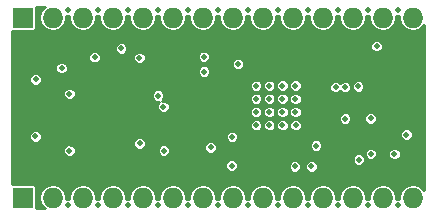
<source format=gbr>
G04 #@! TF.GenerationSoftware,KiCad,Pcbnew,(2017-08-02 revision 9760937)-master*
G04 #@! TF.CreationDate,2017-09-04T14:54:41-05:00*
G04 #@! TF.ProjectId,lofive,6C6F666976652E6B696361645F706362,0*
G04 #@! TF.SameCoordinates,Original*
G04 #@! TF.FileFunction,Copper,L3,Inr,Plane*
G04 #@! TF.FilePolarity,Positive*
%FSLAX46Y46*%
G04 Gerber Fmt 4.6, Leading zero omitted, Abs format (unit mm)*
G04 Created by KiCad (PCBNEW (2017-08-02 revision 9760937)-master) date Mon Sep  4 14:54:41 2017*
%MOMM*%
%LPD*%
G01*
G04 APERTURE LIST*
%ADD10O,1.727200X1.727200*%
%ADD11R,1.727200X1.727200*%
%ADD12C,0.508000*%
%ADD13C,0.254000*%
G04 APERTURE END LIST*
D10*
X135890000Y-110490000D03*
X133350000Y-110490000D03*
X130810000Y-110490000D03*
X128270000Y-110490000D03*
X125730000Y-110490000D03*
X123190000Y-110490000D03*
X120650000Y-110490000D03*
X118110000Y-110490000D03*
X115570000Y-110490000D03*
X113030000Y-110490000D03*
X110490000Y-110490000D03*
X107950000Y-110490000D03*
X105410000Y-110490000D03*
D11*
X102870000Y-110490000D03*
X102870000Y-125730000D03*
D10*
X105410000Y-125730000D03*
X107950000Y-125730000D03*
X110490000Y-125730000D03*
X113030000Y-125730000D03*
X115570000Y-125730000D03*
X118110000Y-125730000D03*
X120650000Y-125730000D03*
X123190000Y-125730000D03*
X125730000Y-125730000D03*
X128270000Y-125730000D03*
X130810000Y-125730000D03*
X133350000Y-125730000D03*
X135890000Y-125730000D03*
D12*
X114331510Y-117113523D03*
X112758220Y-113903760D03*
X121920000Y-126365000D03*
X106680000Y-126365000D03*
X109220000Y-126365000D03*
X111760000Y-126365000D03*
X106680000Y-109855000D03*
X109220000Y-109855000D03*
X111760000Y-109855000D03*
X114300000Y-109855000D03*
X116840000Y-109855000D03*
X119380000Y-109855000D03*
X121920000Y-109855000D03*
X124460000Y-109855000D03*
X127000000Y-109855000D03*
X129540000Y-109855000D03*
X132080000Y-109855000D03*
X134620000Y-109855000D03*
X134620000Y-126365000D03*
X132080000Y-126365000D03*
X129540000Y-126365000D03*
X127000000Y-126365000D03*
X124460000Y-126365000D03*
X119380000Y-126365000D03*
X116840000Y-126365000D03*
X114300000Y-126365000D03*
X114823240Y-121752360D03*
X114782600Y-118054120D03*
X125960000Y-116260000D03*
X124850000Y-116260000D03*
X123740000Y-116270000D03*
X122630000Y-116270000D03*
X122630000Y-117370000D03*
X125960000Y-117380000D03*
X124850000Y-117370000D03*
X123740000Y-117370000D03*
X122620000Y-118490000D03*
X125960000Y-118490000D03*
X124850000Y-118490000D03*
X123740000Y-118490000D03*
X122630000Y-119600000D03*
X123740000Y-119600000D03*
X125970000Y-119600000D03*
X124860000Y-119600000D03*
X103949500Y-120535700D03*
X103969820Y-115722400D03*
X106809540Y-121749820D03*
X106809540Y-116951760D03*
X111201200Y-113096040D03*
X118221760Y-115069620D03*
X118214140Y-113814860D03*
X112776000Y-121135140D03*
X120566180Y-123032520D03*
X118778020Y-121483120D03*
X132831840Y-112905540D03*
X130164842Y-116380260D03*
X131272280Y-116319300D03*
X132341620Y-119029480D03*
X135356600Y-120396000D03*
X132351780Y-122029220D03*
X130164840Y-119039640D03*
X127302260Y-123085860D03*
X125917960Y-123085860D03*
X120454420Y-117729000D03*
X136019540Y-116359940D03*
X134416800Y-113687860D03*
X117599460Y-119100600D03*
X129413000Y-119052340D03*
X120705880Y-113830100D03*
X106144060Y-119562880D03*
X125933200Y-121973340D03*
X124508680Y-121980960D03*
X120586500Y-120590680D03*
X129378507Y-116381327D03*
X121104660Y-114416840D03*
X108960920Y-113845340D03*
X106156760Y-114759740D03*
X127701040Y-121343420D03*
X134350000Y-122047000D03*
X131330700Y-122519440D03*
D13*
G36*
X104601777Y-109659384D02*
X104354006Y-110030200D01*
X104267000Y-110467607D01*
X104267000Y-110512393D01*
X104354006Y-110949800D01*
X104601777Y-111320616D01*
X104972593Y-111568387D01*
X105410000Y-111655393D01*
X105847407Y-111568387D01*
X106218223Y-111320616D01*
X106465994Y-110949800D01*
X106553000Y-110512393D01*
X106553000Y-110467607D01*
X106533966Y-110371918D01*
X106573435Y-110388307D01*
X106785634Y-110388492D01*
X106826060Y-110371789D01*
X106807000Y-110467607D01*
X106807000Y-110512393D01*
X106894006Y-110949800D01*
X107141777Y-111320616D01*
X107512593Y-111568387D01*
X107950000Y-111655393D01*
X108387407Y-111568387D01*
X108758223Y-111320616D01*
X109005994Y-110949800D01*
X109093000Y-110512393D01*
X109093000Y-110467607D01*
X109073966Y-110371918D01*
X109113435Y-110388307D01*
X109325634Y-110388492D01*
X109366060Y-110371789D01*
X109347000Y-110467607D01*
X109347000Y-110512393D01*
X109434006Y-110949800D01*
X109681777Y-111320616D01*
X110052593Y-111568387D01*
X110490000Y-111655393D01*
X110927407Y-111568387D01*
X111298223Y-111320616D01*
X111545994Y-110949800D01*
X111633000Y-110512393D01*
X111633000Y-110467607D01*
X111613966Y-110371918D01*
X111653435Y-110388307D01*
X111865634Y-110388492D01*
X111906060Y-110371789D01*
X111887000Y-110467607D01*
X111887000Y-110512393D01*
X111974006Y-110949800D01*
X112221777Y-111320616D01*
X112592593Y-111568387D01*
X113030000Y-111655393D01*
X113467407Y-111568387D01*
X113838223Y-111320616D01*
X114085994Y-110949800D01*
X114173000Y-110512393D01*
X114173000Y-110467607D01*
X114153966Y-110371918D01*
X114193435Y-110388307D01*
X114405634Y-110388492D01*
X114446060Y-110371789D01*
X114427000Y-110467607D01*
X114427000Y-110512393D01*
X114514006Y-110949800D01*
X114761777Y-111320616D01*
X115132593Y-111568387D01*
X115570000Y-111655393D01*
X116007407Y-111568387D01*
X116378223Y-111320616D01*
X116625994Y-110949800D01*
X116713000Y-110512393D01*
X116713000Y-110467607D01*
X116693966Y-110371918D01*
X116733435Y-110388307D01*
X116945634Y-110388492D01*
X116986060Y-110371789D01*
X116967000Y-110467607D01*
X116967000Y-110512393D01*
X117054006Y-110949800D01*
X117301777Y-111320616D01*
X117672593Y-111568387D01*
X118110000Y-111655393D01*
X118547407Y-111568387D01*
X118918223Y-111320616D01*
X119165994Y-110949800D01*
X119253000Y-110512393D01*
X119253000Y-110467607D01*
X119233966Y-110371918D01*
X119273435Y-110388307D01*
X119485634Y-110388492D01*
X119526060Y-110371789D01*
X119507000Y-110467607D01*
X119507000Y-110512393D01*
X119594006Y-110949800D01*
X119841777Y-111320616D01*
X120212593Y-111568387D01*
X120650000Y-111655393D01*
X121087407Y-111568387D01*
X121458223Y-111320616D01*
X121705994Y-110949800D01*
X121793000Y-110512393D01*
X121793000Y-110467607D01*
X121773966Y-110371918D01*
X121813435Y-110388307D01*
X122025634Y-110388492D01*
X122066060Y-110371789D01*
X122047000Y-110467607D01*
X122047000Y-110512393D01*
X122134006Y-110949800D01*
X122381777Y-111320616D01*
X122752593Y-111568387D01*
X123190000Y-111655393D01*
X123627407Y-111568387D01*
X123998223Y-111320616D01*
X124245994Y-110949800D01*
X124333000Y-110512393D01*
X124333000Y-110467607D01*
X124313966Y-110371918D01*
X124353435Y-110388307D01*
X124565634Y-110388492D01*
X124606060Y-110371789D01*
X124587000Y-110467607D01*
X124587000Y-110512393D01*
X124674006Y-110949800D01*
X124921777Y-111320616D01*
X125292593Y-111568387D01*
X125730000Y-111655393D01*
X126167407Y-111568387D01*
X126538223Y-111320616D01*
X126785994Y-110949800D01*
X126873000Y-110512393D01*
X126873000Y-110467607D01*
X126853966Y-110371918D01*
X126893435Y-110388307D01*
X127105634Y-110388492D01*
X127146060Y-110371789D01*
X127127000Y-110467607D01*
X127127000Y-110512393D01*
X127214006Y-110949800D01*
X127461777Y-111320616D01*
X127832593Y-111568387D01*
X128270000Y-111655393D01*
X128707407Y-111568387D01*
X129078223Y-111320616D01*
X129325994Y-110949800D01*
X129413000Y-110512393D01*
X129413000Y-110467607D01*
X129393966Y-110371918D01*
X129433435Y-110388307D01*
X129645634Y-110388492D01*
X129686060Y-110371789D01*
X129667000Y-110467607D01*
X129667000Y-110512393D01*
X129754006Y-110949800D01*
X130001777Y-111320616D01*
X130372593Y-111568387D01*
X130810000Y-111655393D01*
X131247407Y-111568387D01*
X131618223Y-111320616D01*
X131865994Y-110949800D01*
X131953000Y-110512393D01*
X131953000Y-110467607D01*
X131933966Y-110371918D01*
X131973435Y-110388307D01*
X132185634Y-110388492D01*
X132226060Y-110371789D01*
X132207000Y-110467607D01*
X132207000Y-110512393D01*
X132294006Y-110949800D01*
X132541777Y-111320616D01*
X132912593Y-111568387D01*
X133350000Y-111655393D01*
X133787407Y-111568387D01*
X134158223Y-111320616D01*
X134405994Y-110949800D01*
X134493000Y-110512393D01*
X134493000Y-110467607D01*
X134473966Y-110371918D01*
X134513435Y-110388307D01*
X134725634Y-110388492D01*
X134766060Y-110371789D01*
X134747000Y-110467607D01*
X134747000Y-110512393D01*
X134834006Y-110949800D01*
X135081777Y-111320616D01*
X135452593Y-111568387D01*
X135890000Y-111655393D01*
X136327407Y-111568387D01*
X136698223Y-111320616D01*
X136805600Y-111159915D01*
X136805600Y-125060085D01*
X136698223Y-124899384D01*
X136327407Y-124651613D01*
X135890000Y-124564607D01*
X135452593Y-124651613D01*
X135081777Y-124899384D01*
X134834006Y-125270200D01*
X134747000Y-125707607D01*
X134747000Y-125752393D01*
X134766034Y-125848082D01*
X134726565Y-125831693D01*
X134514366Y-125831508D01*
X134473940Y-125848211D01*
X134493000Y-125752393D01*
X134493000Y-125707607D01*
X134405994Y-125270200D01*
X134158223Y-124899384D01*
X133787407Y-124651613D01*
X133350000Y-124564607D01*
X132912593Y-124651613D01*
X132541777Y-124899384D01*
X132294006Y-125270200D01*
X132207000Y-125707607D01*
X132207000Y-125752393D01*
X132226034Y-125848082D01*
X132186565Y-125831693D01*
X131974366Y-125831508D01*
X131933940Y-125848211D01*
X131953000Y-125752393D01*
X131953000Y-125707607D01*
X131865994Y-125270200D01*
X131618223Y-124899384D01*
X131247407Y-124651613D01*
X130810000Y-124564607D01*
X130372593Y-124651613D01*
X130001777Y-124899384D01*
X129754006Y-125270200D01*
X129667000Y-125707607D01*
X129667000Y-125752393D01*
X129686034Y-125848082D01*
X129646565Y-125831693D01*
X129434366Y-125831508D01*
X129393940Y-125848211D01*
X129413000Y-125752393D01*
X129413000Y-125707607D01*
X129325994Y-125270200D01*
X129078223Y-124899384D01*
X128707407Y-124651613D01*
X128270000Y-124564607D01*
X127832593Y-124651613D01*
X127461777Y-124899384D01*
X127214006Y-125270200D01*
X127127000Y-125707607D01*
X127127000Y-125752393D01*
X127146034Y-125848082D01*
X127106565Y-125831693D01*
X126894366Y-125831508D01*
X126853940Y-125848211D01*
X126873000Y-125752393D01*
X126873000Y-125707607D01*
X126785994Y-125270200D01*
X126538223Y-124899384D01*
X126167407Y-124651613D01*
X125730000Y-124564607D01*
X125292593Y-124651613D01*
X124921777Y-124899384D01*
X124674006Y-125270200D01*
X124587000Y-125707607D01*
X124587000Y-125752393D01*
X124606034Y-125848082D01*
X124566565Y-125831693D01*
X124354366Y-125831508D01*
X124313940Y-125848211D01*
X124333000Y-125752393D01*
X124333000Y-125707607D01*
X124245994Y-125270200D01*
X123998223Y-124899384D01*
X123627407Y-124651613D01*
X123190000Y-124564607D01*
X122752593Y-124651613D01*
X122381777Y-124899384D01*
X122134006Y-125270200D01*
X122047000Y-125707607D01*
X122047000Y-125752393D01*
X122066034Y-125848082D01*
X122026565Y-125831693D01*
X121814366Y-125831508D01*
X121773940Y-125848211D01*
X121793000Y-125752393D01*
X121793000Y-125707607D01*
X121705994Y-125270200D01*
X121458223Y-124899384D01*
X121087407Y-124651613D01*
X120650000Y-124564607D01*
X120212593Y-124651613D01*
X119841777Y-124899384D01*
X119594006Y-125270200D01*
X119507000Y-125707607D01*
X119507000Y-125752393D01*
X119526034Y-125848082D01*
X119486565Y-125831693D01*
X119274366Y-125831508D01*
X119233940Y-125848211D01*
X119253000Y-125752393D01*
X119253000Y-125707607D01*
X119165994Y-125270200D01*
X118918223Y-124899384D01*
X118547407Y-124651613D01*
X118110000Y-124564607D01*
X117672593Y-124651613D01*
X117301777Y-124899384D01*
X117054006Y-125270200D01*
X116967000Y-125707607D01*
X116967000Y-125752393D01*
X116986034Y-125848082D01*
X116946565Y-125831693D01*
X116734366Y-125831508D01*
X116693940Y-125848211D01*
X116713000Y-125752393D01*
X116713000Y-125707607D01*
X116625994Y-125270200D01*
X116378223Y-124899384D01*
X116007407Y-124651613D01*
X115570000Y-124564607D01*
X115132593Y-124651613D01*
X114761777Y-124899384D01*
X114514006Y-125270200D01*
X114427000Y-125707607D01*
X114427000Y-125752393D01*
X114446034Y-125848082D01*
X114406565Y-125831693D01*
X114194366Y-125831508D01*
X114153940Y-125848211D01*
X114173000Y-125752393D01*
X114173000Y-125707607D01*
X114085994Y-125270200D01*
X113838223Y-124899384D01*
X113467407Y-124651613D01*
X113030000Y-124564607D01*
X112592593Y-124651613D01*
X112221777Y-124899384D01*
X111974006Y-125270200D01*
X111887000Y-125707607D01*
X111887000Y-125752393D01*
X111906034Y-125848082D01*
X111866565Y-125831693D01*
X111654366Y-125831508D01*
X111613940Y-125848211D01*
X111633000Y-125752393D01*
X111633000Y-125707607D01*
X111545994Y-125270200D01*
X111298223Y-124899384D01*
X110927407Y-124651613D01*
X110490000Y-124564607D01*
X110052593Y-124651613D01*
X109681777Y-124899384D01*
X109434006Y-125270200D01*
X109347000Y-125707607D01*
X109347000Y-125752393D01*
X109366034Y-125848082D01*
X109326565Y-125831693D01*
X109114366Y-125831508D01*
X109073940Y-125848211D01*
X109093000Y-125752393D01*
X109093000Y-125707607D01*
X109005994Y-125270200D01*
X108758223Y-124899384D01*
X108387407Y-124651613D01*
X107950000Y-124564607D01*
X107512593Y-124651613D01*
X107141777Y-124899384D01*
X106894006Y-125270200D01*
X106807000Y-125707607D01*
X106807000Y-125752393D01*
X106826034Y-125848082D01*
X106786565Y-125831693D01*
X106574366Y-125831508D01*
X106533940Y-125848211D01*
X106553000Y-125752393D01*
X106553000Y-125707607D01*
X106465994Y-125270200D01*
X106218223Y-124899384D01*
X105847407Y-124651613D01*
X105410000Y-124564607D01*
X104972593Y-124651613D01*
X104601777Y-124899384D01*
X104354006Y-125270200D01*
X104267000Y-125707607D01*
X104267000Y-125752393D01*
X104354006Y-126189800D01*
X104601777Y-126560616D01*
X104728965Y-126645600D01*
X104008129Y-126645600D01*
X104018473Y-126593600D01*
X104018473Y-124866400D01*
X103996788Y-124757384D01*
X103935036Y-124664964D01*
X103842616Y-124603212D01*
X103733600Y-124581527D01*
X102006400Y-124581527D01*
X101954400Y-124591871D01*
X101954400Y-123138154D01*
X120032688Y-123138154D01*
X120113722Y-123334272D01*
X120263639Y-123484451D01*
X120459615Y-123565827D01*
X120671814Y-123566012D01*
X120867932Y-123484978D01*
X121018111Y-123335061D01*
X121077724Y-123191494D01*
X125384468Y-123191494D01*
X125465502Y-123387612D01*
X125615419Y-123537791D01*
X125811395Y-123619167D01*
X126023594Y-123619352D01*
X126219712Y-123538318D01*
X126369891Y-123388401D01*
X126451267Y-123192425D01*
X126451267Y-123191494D01*
X126768768Y-123191494D01*
X126849802Y-123387612D01*
X126999719Y-123537791D01*
X127195695Y-123619167D01*
X127407894Y-123619352D01*
X127604012Y-123538318D01*
X127754191Y-123388401D01*
X127835567Y-123192425D01*
X127835752Y-122980226D01*
X127754718Y-122784108D01*
X127604801Y-122633929D01*
X127583476Y-122625074D01*
X130797208Y-122625074D01*
X130878242Y-122821192D01*
X131028159Y-122971371D01*
X131224135Y-123052747D01*
X131436334Y-123052932D01*
X131632452Y-122971898D01*
X131782631Y-122821981D01*
X131864007Y-122626005D01*
X131864192Y-122413806D01*
X131783158Y-122217688D01*
X131700469Y-122134854D01*
X131818288Y-122134854D01*
X131899322Y-122330972D01*
X132049239Y-122481151D01*
X132245215Y-122562527D01*
X132457414Y-122562712D01*
X132653532Y-122481678D01*
X132803711Y-122331761D01*
X132878090Y-122152634D01*
X133816508Y-122152634D01*
X133897542Y-122348752D01*
X134047459Y-122498931D01*
X134243435Y-122580307D01*
X134455634Y-122580492D01*
X134651752Y-122499458D01*
X134801931Y-122349541D01*
X134883307Y-122153565D01*
X134883492Y-121941366D01*
X134802458Y-121745248D01*
X134652541Y-121595069D01*
X134456565Y-121513693D01*
X134244366Y-121513508D01*
X134048248Y-121594542D01*
X133898069Y-121744459D01*
X133816693Y-121940435D01*
X133816508Y-122152634D01*
X132878090Y-122152634D01*
X132885087Y-122135785D01*
X132885272Y-121923586D01*
X132804238Y-121727468D01*
X132654321Y-121577289D01*
X132458345Y-121495913D01*
X132246146Y-121495728D01*
X132050028Y-121576762D01*
X131899849Y-121726679D01*
X131818473Y-121922655D01*
X131818288Y-122134854D01*
X131700469Y-122134854D01*
X131633241Y-122067509D01*
X131437265Y-121986133D01*
X131225066Y-121985948D01*
X131028948Y-122066982D01*
X130878769Y-122216899D01*
X130797393Y-122412875D01*
X130797208Y-122625074D01*
X127583476Y-122625074D01*
X127408825Y-122552553D01*
X127196626Y-122552368D01*
X127000508Y-122633402D01*
X126850329Y-122783319D01*
X126768953Y-122979295D01*
X126768768Y-123191494D01*
X126451267Y-123191494D01*
X126451452Y-122980226D01*
X126370418Y-122784108D01*
X126220501Y-122633929D01*
X126024525Y-122552553D01*
X125812326Y-122552368D01*
X125616208Y-122633402D01*
X125466029Y-122783319D01*
X125384653Y-122979295D01*
X125384468Y-123191494D01*
X121077724Y-123191494D01*
X121099487Y-123139085D01*
X121099672Y-122926886D01*
X121018638Y-122730768D01*
X120868721Y-122580589D01*
X120672745Y-122499213D01*
X120460546Y-122499028D01*
X120264428Y-122580062D01*
X120114249Y-122729979D01*
X120032873Y-122925955D01*
X120032688Y-123138154D01*
X101954400Y-123138154D01*
X101954400Y-121855454D01*
X106276048Y-121855454D01*
X106357082Y-122051572D01*
X106506999Y-122201751D01*
X106702975Y-122283127D01*
X106915174Y-122283312D01*
X107111292Y-122202278D01*
X107261471Y-122052361D01*
X107342178Y-121857994D01*
X114289748Y-121857994D01*
X114370782Y-122054112D01*
X114520699Y-122204291D01*
X114716675Y-122285667D01*
X114928874Y-122285852D01*
X115124992Y-122204818D01*
X115275171Y-122054901D01*
X115356547Y-121858925D01*
X115356732Y-121646726D01*
X115332779Y-121588754D01*
X118244528Y-121588754D01*
X118325562Y-121784872D01*
X118475479Y-121935051D01*
X118671455Y-122016427D01*
X118883654Y-122016612D01*
X119079772Y-121935578D01*
X119229951Y-121785661D01*
X119311327Y-121589685D01*
X119311449Y-121449054D01*
X127167548Y-121449054D01*
X127248582Y-121645172D01*
X127398499Y-121795351D01*
X127594475Y-121876727D01*
X127806674Y-121876912D01*
X128002792Y-121795878D01*
X128152971Y-121645961D01*
X128234347Y-121449985D01*
X128234532Y-121237786D01*
X128153498Y-121041668D01*
X128003581Y-120891489D01*
X127807605Y-120810113D01*
X127595406Y-120809928D01*
X127399288Y-120890962D01*
X127249109Y-121040879D01*
X127167733Y-121236855D01*
X127167548Y-121449054D01*
X119311449Y-121449054D01*
X119311512Y-121377486D01*
X119230478Y-121181368D01*
X119080561Y-121031189D01*
X118884585Y-120949813D01*
X118672386Y-120949628D01*
X118476268Y-121030662D01*
X118326089Y-121180579D01*
X118244713Y-121376555D01*
X118244528Y-121588754D01*
X115332779Y-121588754D01*
X115275698Y-121450608D01*
X115125781Y-121300429D01*
X114929805Y-121219053D01*
X114717606Y-121218868D01*
X114521488Y-121299902D01*
X114371309Y-121449819D01*
X114289933Y-121645795D01*
X114289748Y-121857994D01*
X107342178Y-121857994D01*
X107342847Y-121856385D01*
X107343032Y-121644186D01*
X107261998Y-121448068D01*
X107112081Y-121297889D01*
X106974533Y-121240774D01*
X112242508Y-121240774D01*
X112323542Y-121436892D01*
X112473459Y-121587071D01*
X112669435Y-121668447D01*
X112881634Y-121668632D01*
X113077752Y-121587598D01*
X113227931Y-121437681D01*
X113309307Y-121241705D01*
X113309492Y-121029506D01*
X113228458Y-120833388D01*
X113091624Y-120696314D01*
X120053008Y-120696314D01*
X120134042Y-120892432D01*
X120283959Y-121042611D01*
X120479935Y-121123987D01*
X120692134Y-121124172D01*
X120888252Y-121043138D01*
X121038431Y-120893221D01*
X121119807Y-120697245D01*
X121119977Y-120501634D01*
X134823108Y-120501634D01*
X134904142Y-120697752D01*
X135054059Y-120847931D01*
X135250035Y-120929307D01*
X135462234Y-120929492D01*
X135658352Y-120848458D01*
X135808531Y-120698541D01*
X135889907Y-120502565D01*
X135890092Y-120290366D01*
X135809058Y-120094248D01*
X135659141Y-119944069D01*
X135463165Y-119862693D01*
X135250966Y-119862508D01*
X135054848Y-119943542D01*
X134904669Y-120093459D01*
X134823293Y-120289435D01*
X134823108Y-120501634D01*
X121119977Y-120501634D01*
X121119992Y-120485046D01*
X121038958Y-120288928D01*
X120889041Y-120138749D01*
X120693065Y-120057373D01*
X120480866Y-120057188D01*
X120284748Y-120138222D01*
X120134569Y-120288139D01*
X120053193Y-120484115D01*
X120053008Y-120696314D01*
X113091624Y-120696314D01*
X113078541Y-120683209D01*
X112882565Y-120601833D01*
X112670366Y-120601648D01*
X112474248Y-120682682D01*
X112324069Y-120832599D01*
X112242693Y-121028575D01*
X112242508Y-121240774D01*
X106974533Y-121240774D01*
X106916105Y-121216513D01*
X106703906Y-121216328D01*
X106507788Y-121297362D01*
X106357609Y-121447279D01*
X106276233Y-121643255D01*
X106276048Y-121855454D01*
X101954400Y-121855454D01*
X101954400Y-120641334D01*
X103416008Y-120641334D01*
X103497042Y-120837452D01*
X103646959Y-120987631D01*
X103842935Y-121069007D01*
X104055134Y-121069192D01*
X104251252Y-120988158D01*
X104401431Y-120838241D01*
X104482807Y-120642265D01*
X104482992Y-120430066D01*
X104401958Y-120233948D01*
X104252041Y-120083769D01*
X104056065Y-120002393D01*
X103843866Y-120002208D01*
X103647748Y-120083242D01*
X103497569Y-120233159D01*
X103416193Y-120429135D01*
X103416008Y-120641334D01*
X101954400Y-120641334D01*
X101954400Y-119705634D01*
X122096508Y-119705634D01*
X122177542Y-119901752D01*
X122327459Y-120051931D01*
X122523435Y-120133307D01*
X122735634Y-120133492D01*
X122931752Y-120052458D01*
X123081931Y-119902541D01*
X123163307Y-119706565D01*
X123163307Y-119705634D01*
X123206508Y-119705634D01*
X123287542Y-119901752D01*
X123437459Y-120051931D01*
X123633435Y-120133307D01*
X123845634Y-120133492D01*
X124041752Y-120052458D01*
X124191931Y-119902541D01*
X124273307Y-119706565D01*
X124273307Y-119705634D01*
X124326508Y-119705634D01*
X124407542Y-119901752D01*
X124557459Y-120051931D01*
X124753435Y-120133307D01*
X124965634Y-120133492D01*
X125161752Y-120052458D01*
X125311931Y-119902541D01*
X125393307Y-119706565D01*
X125393307Y-119705634D01*
X125436508Y-119705634D01*
X125517542Y-119901752D01*
X125667459Y-120051931D01*
X125863435Y-120133307D01*
X126075634Y-120133492D01*
X126271752Y-120052458D01*
X126421931Y-119902541D01*
X126503307Y-119706565D01*
X126503492Y-119494366D01*
X126422458Y-119298248D01*
X126272541Y-119148069D01*
X126265810Y-119145274D01*
X129631348Y-119145274D01*
X129712382Y-119341392D01*
X129862299Y-119491571D01*
X130058275Y-119572947D01*
X130270474Y-119573132D01*
X130466592Y-119492098D01*
X130616771Y-119342181D01*
X130698147Y-119146205D01*
X130698156Y-119135114D01*
X131808128Y-119135114D01*
X131889162Y-119331232D01*
X132039079Y-119481411D01*
X132235055Y-119562787D01*
X132447254Y-119562972D01*
X132643372Y-119481938D01*
X132793551Y-119332021D01*
X132874927Y-119136045D01*
X132875112Y-118923846D01*
X132794078Y-118727728D01*
X132644161Y-118577549D01*
X132448185Y-118496173D01*
X132235986Y-118495988D01*
X132039868Y-118577022D01*
X131889689Y-118726939D01*
X131808313Y-118922915D01*
X131808128Y-119135114D01*
X130698156Y-119135114D01*
X130698332Y-118934006D01*
X130617298Y-118737888D01*
X130467381Y-118587709D01*
X130271405Y-118506333D01*
X130059206Y-118506148D01*
X129863088Y-118587182D01*
X129712909Y-118737099D01*
X129631533Y-118933075D01*
X129631348Y-119145274D01*
X126265810Y-119145274D01*
X126076565Y-119066693D01*
X125864366Y-119066508D01*
X125668248Y-119147542D01*
X125518069Y-119297459D01*
X125436693Y-119493435D01*
X125436508Y-119705634D01*
X125393307Y-119705634D01*
X125393492Y-119494366D01*
X125312458Y-119298248D01*
X125162541Y-119148069D01*
X124966565Y-119066693D01*
X124754366Y-119066508D01*
X124558248Y-119147542D01*
X124408069Y-119297459D01*
X124326693Y-119493435D01*
X124326508Y-119705634D01*
X124273307Y-119705634D01*
X124273492Y-119494366D01*
X124192458Y-119298248D01*
X124042541Y-119148069D01*
X123846565Y-119066693D01*
X123634366Y-119066508D01*
X123438248Y-119147542D01*
X123288069Y-119297459D01*
X123206693Y-119493435D01*
X123206508Y-119705634D01*
X123163307Y-119705634D01*
X123163492Y-119494366D01*
X123082458Y-119298248D01*
X122932541Y-119148069D01*
X122736565Y-119066693D01*
X122524366Y-119066508D01*
X122328248Y-119147542D01*
X122178069Y-119297459D01*
X122096693Y-119493435D01*
X122096508Y-119705634D01*
X101954400Y-119705634D01*
X101954400Y-118595634D01*
X122086508Y-118595634D01*
X122167542Y-118791752D01*
X122317459Y-118941931D01*
X122513435Y-119023307D01*
X122725634Y-119023492D01*
X122921752Y-118942458D01*
X123071931Y-118792541D01*
X123153307Y-118596565D01*
X123153307Y-118595634D01*
X123206508Y-118595634D01*
X123287542Y-118791752D01*
X123437459Y-118941931D01*
X123633435Y-119023307D01*
X123845634Y-119023492D01*
X124041752Y-118942458D01*
X124191931Y-118792541D01*
X124273307Y-118596565D01*
X124273307Y-118595634D01*
X124316508Y-118595634D01*
X124397542Y-118791752D01*
X124547459Y-118941931D01*
X124743435Y-119023307D01*
X124955634Y-119023492D01*
X125151752Y-118942458D01*
X125301931Y-118792541D01*
X125383307Y-118596565D01*
X125383307Y-118595634D01*
X125426508Y-118595634D01*
X125507542Y-118791752D01*
X125657459Y-118941931D01*
X125853435Y-119023307D01*
X126065634Y-119023492D01*
X126261752Y-118942458D01*
X126411931Y-118792541D01*
X126493307Y-118596565D01*
X126493492Y-118384366D01*
X126412458Y-118188248D01*
X126262541Y-118038069D01*
X126066565Y-117956693D01*
X125854366Y-117956508D01*
X125658248Y-118037542D01*
X125508069Y-118187459D01*
X125426693Y-118383435D01*
X125426508Y-118595634D01*
X125383307Y-118595634D01*
X125383492Y-118384366D01*
X125302458Y-118188248D01*
X125152541Y-118038069D01*
X124956565Y-117956693D01*
X124744366Y-117956508D01*
X124548248Y-118037542D01*
X124398069Y-118187459D01*
X124316693Y-118383435D01*
X124316508Y-118595634D01*
X124273307Y-118595634D01*
X124273492Y-118384366D01*
X124192458Y-118188248D01*
X124042541Y-118038069D01*
X123846565Y-117956693D01*
X123634366Y-117956508D01*
X123438248Y-118037542D01*
X123288069Y-118187459D01*
X123206693Y-118383435D01*
X123206508Y-118595634D01*
X123153307Y-118595634D01*
X123153492Y-118384366D01*
X123072458Y-118188248D01*
X122922541Y-118038069D01*
X122726565Y-117956693D01*
X122514366Y-117956508D01*
X122318248Y-118037542D01*
X122168069Y-118187459D01*
X122086693Y-118383435D01*
X122086508Y-118595634D01*
X101954400Y-118595634D01*
X101954400Y-117057394D01*
X106276048Y-117057394D01*
X106357082Y-117253512D01*
X106506999Y-117403691D01*
X106702975Y-117485067D01*
X106915174Y-117485252D01*
X107111292Y-117404218D01*
X107261471Y-117254301D01*
X107276064Y-117219157D01*
X113798018Y-117219157D01*
X113879052Y-117415275D01*
X114028969Y-117565454D01*
X114224945Y-117646830D01*
X114435417Y-117647013D01*
X114330669Y-117751579D01*
X114249293Y-117947555D01*
X114249108Y-118159754D01*
X114330142Y-118355872D01*
X114480059Y-118506051D01*
X114676035Y-118587427D01*
X114888234Y-118587612D01*
X115084352Y-118506578D01*
X115234531Y-118356661D01*
X115315907Y-118160685D01*
X115316092Y-117948486D01*
X115235058Y-117752368D01*
X115085141Y-117602189D01*
X114889165Y-117520813D01*
X114678693Y-117520630D01*
X114723767Y-117475634D01*
X122096508Y-117475634D01*
X122177542Y-117671752D01*
X122327459Y-117821931D01*
X122523435Y-117903307D01*
X122735634Y-117903492D01*
X122931752Y-117822458D01*
X123081931Y-117672541D01*
X123163307Y-117476565D01*
X123163307Y-117475634D01*
X123206508Y-117475634D01*
X123287542Y-117671752D01*
X123437459Y-117821931D01*
X123633435Y-117903307D01*
X123845634Y-117903492D01*
X124041752Y-117822458D01*
X124191931Y-117672541D01*
X124273307Y-117476565D01*
X124273307Y-117475634D01*
X124316508Y-117475634D01*
X124397542Y-117671752D01*
X124547459Y-117821931D01*
X124743435Y-117903307D01*
X124955634Y-117903492D01*
X125151752Y-117822458D01*
X125301931Y-117672541D01*
X125379541Y-117485634D01*
X125426508Y-117485634D01*
X125507542Y-117681752D01*
X125657459Y-117831931D01*
X125853435Y-117913307D01*
X126065634Y-117913492D01*
X126261752Y-117832458D01*
X126411931Y-117682541D01*
X126493307Y-117486565D01*
X126493492Y-117274366D01*
X126412458Y-117078248D01*
X126262541Y-116928069D01*
X126066565Y-116846693D01*
X125854366Y-116846508D01*
X125658248Y-116927542D01*
X125508069Y-117077459D01*
X125426693Y-117273435D01*
X125426508Y-117485634D01*
X125379541Y-117485634D01*
X125383307Y-117476565D01*
X125383492Y-117264366D01*
X125302458Y-117068248D01*
X125152541Y-116918069D01*
X124956565Y-116836693D01*
X124744366Y-116836508D01*
X124548248Y-116917542D01*
X124398069Y-117067459D01*
X124316693Y-117263435D01*
X124316508Y-117475634D01*
X124273307Y-117475634D01*
X124273492Y-117264366D01*
X124192458Y-117068248D01*
X124042541Y-116918069D01*
X123846565Y-116836693D01*
X123634366Y-116836508D01*
X123438248Y-116917542D01*
X123288069Y-117067459D01*
X123206693Y-117263435D01*
X123206508Y-117475634D01*
X123163307Y-117475634D01*
X123163492Y-117264366D01*
X123082458Y-117068248D01*
X122932541Y-116918069D01*
X122736565Y-116836693D01*
X122524366Y-116836508D01*
X122328248Y-116917542D01*
X122178069Y-117067459D01*
X122096693Y-117263435D01*
X122096508Y-117475634D01*
X114723767Y-117475634D01*
X114783441Y-117416064D01*
X114864817Y-117220088D01*
X114865002Y-117007889D01*
X114783968Y-116811771D01*
X114634051Y-116661592D01*
X114438075Y-116580216D01*
X114225876Y-116580031D01*
X114029758Y-116661065D01*
X113879579Y-116810982D01*
X113798203Y-117006958D01*
X113798018Y-117219157D01*
X107276064Y-117219157D01*
X107342847Y-117058325D01*
X107343032Y-116846126D01*
X107261998Y-116650008D01*
X107112081Y-116499829D01*
X106916105Y-116418453D01*
X106703906Y-116418268D01*
X106507788Y-116499302D01*
X106357609Y-116649219D01*
X106276233Y-116845195D01*
X106276048Y-117057394D01*
X101954400Y-117057394D01*
X101954400Y-116375634D01*
X122096508Y-116375634D01*
X122177542Y-116571752D01*
X122327459Y-116721931D01*
X122523435Y-116803307D01*
X122735634Y-116803492D01*
X122931752Y-116722458D01*
X123081931Y-116572541D01*
X123163307Y-116376565D01*
X123163307Y-116375634D01*
X123206508Y-116375634D01*
X123287542Y-116571752D01*
X123437459Y-116721931D01*
X123633435Y-116803307D01*
X123845634Y-116803492D01*
X124041752Y-116722458D01*
X124191931Y-116572541D01*
X124273307Y-116376565D01*
X124273316Y-116365634D01*
X124316508Y-116365634D01*
X124397542Y-116561752D01*
X124547459Y-116711931D01*
X124743435Y-116793307D01*
X124955634Y-116793492D01*
X125151752Y-116712458D01*
X125301931Y-116562541D01*
X125383307Y-116366565D01*
X125383307Y-116365634D01*
X125426508Y-116365634D01*
X125507542Y-116561752D01*
X125657459Y-116711931D01*
X125853435Y-116793307D01*
X126065634Y-116793492D01*
X126261752Y-116712458D01*
X126411931Y-116562541D01*
X126443314Y-116486961D01*
X128845015Y-116486961D01*
X128926049Y-116683079D01*
X129075966Y-116833258D01*
X129271942Y-116914634D01*
X129484141Y-116914819D01*
X129680259Y-116833785D01*
X129772236Y-116741969D01*
X129862301Y-116832191D01*
X130058277Y-116913567D01*
X130270476Y-116913752D01*
X130466594Y-116832718D01*
X130616773Y-116682801D01*
X130698149Y-116486825D01*
X130698202Y-116424934D01*
X130738788Y-116424934D01*
X130819822Y-116621052D01*
X130969739Y-116771231D01*
X131165715Y-116852607D01*
X131377914Y-116852792D01*
X131574032Y-116771758D01*
X131724211Y-116621841D01*
X131805587Y-116425865D01*
X131805772Y-116213666D01*
X131724738Y-116017548D01*
X131574821Y-115867369D01*
X131378845Y-115785993D01*
X131166646Y-115785808D01*
X130970528Y-115866842D01*
X130820349Y-116016759D01*
X130738973Y-116212735D01*
X130738788Y-116424934D01*
X130698202Y-116424934D01*
X130698334Y-116274626D01*
X130617300Y-116078508D01*
X130467383Y-115928329D01*
X130271407Y-115846953D01*
X130059208Y-115846768D01*
X129863090Y-115927802D01*
X129771113Y-116019618D01*
X129681048Y-115929396D01*
X129485072Y-115848020D01*
X129272873Y-115847835D01*
X129076755Y-115928869D01*
X128926576Y-116078786D01*
X128845200Y-116274762D01*
X128845015Y-116486961D01*
X126443314Y-116486961D01*
X126493307Y-116366565D01*
X126493492Y-116154366D01*
X126412458Y-115958248D01*
X126262541Y-115808069D01*
X126066565Y-115726693D01*
X125854366Y-115726508D01*
X125658248Y-115807542D01*
X125508069Y-115957459D01*
X125426693Y-116153435D01*
X125426508Y-116365634D01*
X125383307Y-116365634D01*
X125383492Y-116154366D01*
X125302458Y-115958248D01*
X125152541Y-115808069D01*
X124956565Y-115726693D01*
X124744366Y-115726508D01*
X124548248Y-115807542D01*
X124398069Y-115957459D01*
X124316693Y-116153435D01*
X124316508Y-116365634D01*
X124273316Y-116365634D01*
X124273492Y-116164366D01*
X124192458Y-115968248D01*
X124042541Y-115818069D01*
X123846565Y-115736693D01*
X123634366Y-115736508D01*
X123438248Y-115817542D01*
X123288069Y-115967459D01*
X123206693Y-116163435D01*
X123206508Y-116375634D01*
X123163307Y-116375634D01*
X123163492Y-116164366D01*
X123082458Y-115968248D01*
X122932541Y-115818069D01*
X122736565Y-115736693D01*
X122524366Y-115736508D01*
X122328248Y-115817542D01*
X122178069Y-115967459D01*
X122096693Y-116163435D01*
X122096508Y-116375634D01*
X101954400Y-116375634D01*
X101954400Y-115828034D01*
X103436328Y-115828034D01*
X103517362Y-116024152D01*
X103667279Y-116174331D01*
X103863255Y-116255707D01*
X104075454Y-116255892D01*
X104271572Y-116174858D01*
X104421751Y-116024941D01*
X104503127Y-115828965D01*
X104503312Y-115616766D01*
X104422278Y-115420648D01*
X104272361Y-115270469D01*
X104076385Y-115189093D01*
X103864186Y-115188908D01*
X103668068Y-115269942D01*
X103517889Y-115419859D01*
X103436513Y-115615835D01*
X103436328Y-115828034D01*
X101954400Y-115828034D01*
X101954400Y-114865374D01*
X105623268Y-114865374D01*
X105704302Y-115061492D01*
X105854219Y-115211671D01*
X106050195Y-115293047D01*
X106262394Y-115293232D01*
X106458512Y-115212198D01*
X106495520Y-115175254D01*
X117688268Y-115175254D01*
X117769302Y-115371372D01*
X117919219Y-115521551D01*
X118115195Y-115602927D01*
X118327394Y-115603112D01*
X118523512Y-115522078D01*
X118673691Y-115372161D01*
X118755067Y-115176185D01*
X118755252Y-114963986D01*
X118674218Y-114767868D01*
X118524301Y-114617689D01*
X118328325Y-114536313D01*
X118116126Y-114536128D01*
X117920008Y-114617162D01*
X117769829Y-114767079D01*
X117688453Y-114963055D01*
X117688268Y-115175254D01*
X106495520Y-115175254D01*
X106608691Y-115062281D01*
X106690067Y-114866305D01*
X106690252Y-114654106D01*
X106635863Y-114522474D01*
X120571168Y-114522474D01*
X120652202Y-114718592D01*
X120802119Y-114868771D01*
X120998095Y-114950147D01*
X121210294Y-114950332D01*
X121406412Y-114869298D01*
X121556591Y-114719381D01*
X121637967Y-114523405D01*
X121638152Y-114311206D01*
X121557118Y-114115088D01*
X121407201Y-113964909D01*
X121211225Y-113883533D01*
X120999026Y-113883348D01*
X120802908Y-113964382D01*
X120652729Y-114114299D01*
X120571353Y-114310275D01*
X120571168Y-114522474D01*
X106635863Y-114522474D01*
X106609218Y-114457988D01*
X106459301Y-114307809D01*
X106263325Y-114226433D01*
X106051126Y-114226248D01*
X105855008Y-114307282D01*
X105704829Y-114457199D01*
X105623453Y-114653175D01*
X105623268Y-114865374D01*
X101954400Y-114865374D01*
X101954400Y-113950974D01*
X108427428Y-113950974D01*
X108508462Y-114147092D01*
X108658379Y-114297271D01*
X108854355Y-114378647D01*
X109066554Y-114378832D01*
X109262672Y-114297798D01*
X109412851Y-114147881D01*
X109470355Y-114009394D01*
X112224728Y-114009394D01*
X112305762Y-114205512D01*
X112455679Y-114355691D01*
X112651655Y-114437067D01*
X112863854Y-114437252D01*
X113059972Y-114356218D01*
X113210151Y-114206301D01*
X113291527Y-114010325D01*
X113291605Y-113920494D01*
X117680648Y-113920494D01*
X117761682Y-114116612D01*
X117911599Y-114266791D01*
X118107575Y-114348167D01*
X118319774Y-114348352D01*
X118515892Y-114267318D01*
X118666071Y-114117401D01*
X118747447Y-113921425D01*
X118747632Y-113709226D01*
X118666598Y-113513108D01*
X118516681Y-113362929D01*
X118320705Y-113281553D01*
X118108506Y-113281368D01*
X117912388Y-113362402D01*
X117762209Y-113512319D01*
X117680833Y-113708295D01*
X117680648Y-113920494D01*
X113291605Y-113920494D01*
X113291712Y-113798126D01*
X113210678Y-113602008D01*
X113060761Y-113451829D01*
X112864785Y-113370453D01*
X112652586Y-113370268D01*
X112456468Y-113451302D01*
X112306289Y-113601219D01*
X112224913Y-113797195D01*
X112224728Y-114009394D01*
X109470355Y-114009394D01*
X109494227Y-113951905D01*
X109494412Y-113739706D01*
X109413378Y-113543588D01*
X109263461Y-113393409D01*
X109067485Y-113312033D01*
X108855286Y-113311848D01*
X108659168Y-113392882D01*
X108508989Y-113542799D01*
X108427613Y-113738775D01*
X108427428Y-113950974D01*
X101954400Y-113950974D01*
X101954400Y-113201674D01*
X110667708Y-113201674D01*
X110748742Y-113397792D01*
X110898659Y-113547971D01*
X111094635Y-113629347D01*
X111306834Y-113629532D01*
X111502952Y-113548498D01*
X111653131Y-113398581D01*
X111734507Y-113202605D01*
X111734673Y-113011174D01*
X132298348Y-113011174D01*
X132379382Y-113207292D01*
X132529299Y-113357471D01*
X132725275Y-113438847D01*
X132937474Y-113439032D01*
X133133592Y-113357998D01*
X133283771Y-113208081D01*
X133365147Y-113012105D01*
X133365332Y-112799906D01*
X133284298Y-112603788D01*
X133134381Y-112453609D01*
X132938405Y-112372233D01*
X132726206Y-112372048D01*
X132530088Y-112453082D01*
X132379909Y-112602999D01*
X132298533Y-112798975D01*
X132298348Y-113011174D01*
X111734673Y-113011174D01*
X111734692Y-112990406D01*
X111653658Y-112794288D01*
X111503741Y-112644109D01*
X111307765Y-112562733D01*
X111095566Y-112562548D01*
X110899448Y-112643582D01*
X110749269Y-112793499D01*
X110667893Y-112989475D01*
X110667708Y-113201674D01*
X101954400Y-113201674D01*
X101954400Y-111628129D01*
X102006400Y-111638473D01*
X103733600Y-111638473D01*
X103842616Y-111616788D01*
X103935036Y-111555036D01*
X103996788Y-111462616D01*
X104018473Y-111353600D01*
X104018473Y-109626400D01*
X104008129Y-109574400D01*
X104728965Y-109574400D01*
X104601777Y-109659384D01*
X104601777Y-109659384D01*
G37*
X104601777Y-109659384D02*
X104354006Y-110030200D01*
X104267000Y-110467607D01*
X104267000Y-110512393D01*
X104354006Y-110949800D01*
X104601777Y-111320616D01*
X104972593Y-111568387D01*
X105410000Y-111655393D01*
X105847407Y-111568387D01*
X106218223Y-111320616D01*
X106465994Y-110949800D01*
X106553000Y-110512393D01*
X106553000Y-110467607D01*
X106533966Y-110371918D01*
X106573435Y-110388307D01*
X106785634Y-110388492D01*
X106826060Y-110371789D01*
X106807000Y-110467607D01*
X106807000Y-110512393D01*
X106894006Y-110949800D01*
X107141777Y-111320616D01*
X107512593Y-111568387D01*
X107950000Y-111655393D01*
X108387407Y-111568387D01*
X108758223Y-111320616D01*
X109005994Y-110949800D01*
X109093000Y-110512393D01*
X109093000Y-110467607D01*
X109073966Y-110371918D01*
X109113435Y-110388307D01*
X109325634Y-110388492D01*
X109366060Y-110371789D01*
X109347000Y-110467607D01*
X109347000Y-110512393D01*
X109434006Y-110949800D01*
X109681777Y-111320616D01*
X110052593Y-111568387D01*
X110490000Y-111655393D01*
X110927407Y-111568387D01*
X111298223Y-111320616D01*
X111545994Y-110949800D01*
X111633000Y-110512393D01*
X111633000Y-110467607D01*
X111613966Y-110371918D01*
X111653435Y-110388307D01*
X111865634Y-110388492D01*
X111906060Y-110371789D01*
X111887000Y-110467607D01*
X111887000Y-110512393D01*
X111974006Y-110949800D01*
X112221777Y-111320616D01*
X112592593Y-111568387D01*
X113030000Y-111655393D01*
X113467407Y-111568387D01*
X113838223Y-111320616D01*
X114085994Y-110949800D01*
X114173000Y-110512393D01*
X114173000Y-110467607D01*
X114153966Y-110371918D01*
X114193435Y-110388307D01*
X114405634Y-110388492D01*
X114446060Y-110371789D01*
X114427000Y-110467607D01*
X114427000Y-110512393D01*
X114514006Y-110949800D01*
X114761777Y-111320616D01*
X115132593Y-111568387D01*
X115570000Y-111655393D01*
X116007407Y-111568387D01*
X116378223Y-111320616D01*
X116625994Y-110949800D01*
X116713000Y-110512393D01*
X116713000Y-110467607D01*
X116693966Y-110371918D01*
X116733435Y-110388307D01*
X116945634Y-110388492D01*
X116986060Y-110371789D01*
X116967000Y-110467607D01*
X116967000Y-110512393D01*
X117054006Y-110949800D01*
X117301777Y-111320616D01*
X117672593Y-111568387D01*
X118110000Y-111655393D01*
X118547407Y-111568387D01*
X118918223Y-111320616D01*
X119165994Y-110949800D01*
X119253000Y-110512393D01*
X119253000Y-110467607D01*
X119233966Y-110371918D01*
X119273435Y-110388307D01*
X119485634Y-110388492D01*
X119526060Y-110371789D01*
X119507000Y-110467607D01*
X119507000Y-110512393D01*
X119594006Y-110949800D01*
X119841777Y-111320616D01*
X120212593Y-111568387D01*
X120650000Y-111655393D01*
X121087407Y-111568387D01*
X121458223Y-111320616D01*
X121705994Y-110949800D01*
X121793000Y-110512393D01*
X121793000Y-110467607D01*
X121773966Y-110371918D01*
X121813435Y-110388307D01*
X122025634Y-110388492D01*
X122066060Y-110371789D01*
X122047000Y-110467607D01*
X122047000Y-110512393D01*
X122134006Y-110949800D01*
X122381777Y-111320616D01*
X122752593Y-111568387D01*
X123190000Y-111655393D01*
X123627407Y-111568387D01*
X123998223Y-111320616D01*
X124245994Y-110949800D01*
X124333000Y-110512393D01*
X124333000Y-110467607D01*
X124313966Y-110371918D01*
X124353435Y-110388307D01*
X124565634Y-110388492D01*
X124606060Y-110371789D01*
X124587000Y-110467607D01*
X124587000Y-110512393D01*
X124674006Y-110949800D01*
X124921777Y-111320616D01*
X125292593Y-111568387D01*
X125730000Y-111655393D01*
X126167407Y-111568387D01*
X126538223Y-111320616D01*
X126785994Y-110949800D01*
X126873000Y-110512393D01*
X126873000Y-110467607D01*
X126853966Y-110371918D01*
X126893435Y-110388307D01*
X127105634Y-110388492D01*
X127146060Y-110371789D01*
X127127000Y-110467607D01*
X127127000Y-110512393D01*
X127214006Y-110949800D01*
X127461777Y-111320616D01*
X127832593Y-111568387D01*
X128270000Y-111655393D01*
X128707407Y-111568387D01*
X129078223Y-111320616D01*
X129325994Y-110949800D01*
X129413000Y-110512393D01*
X129413000Y-110467607D01*
X129393966Y-110371918D01*
X129433435Y-110388307D01*
X129645634Y-110388492D01*
X129686060Y-110371789D01*
X129667000Y-110467607D01*
X129667000Y-110512393D01*
X129754006Y-110949800D01*
X130001777Y-111320616D01*
X130372593Y-111568387D01*
X130810000Y-111655393D01*
X131247407Y-111568387D01*
X131618223Y-111320616D01*
X131865994Y-110949800D01*
X131953000Y-110512393D01*
X131953000Y-110467607D01*
X131933966Y-110371918D01*
X131973435Y-110388307D01*
X132185634Y-110388492D01*
X132226060Y-110371789D01*
X132207000Y-110467607D01*
X132207000Y-110512393D01*
X132294006Y-110949800D01*
X132541777Y-111320616D01*
X132912593Y-111568387D01*
X133350000Y-111655393D01*
X133787407Y-111568387D01*
X134158223Y-111320616D01*
X134405994Y-110949800D01*
X134493000Y-110512393D01*
X134493000Y-110467607D01*
X134473966Y-110371918D01*
X134513435Y-110388307D01*
X134725634Y-110388492D01*
X134766060Y-110371789D01*
X134747000Y-110467607D01*
X134747000Y-110512393D01*
X134834006Y-110949800D01*
X135081777Y-111320616D01*
X135452593Y-111568387D01*
X135890000Y-111655393D01*
X136327407Y-111568387D01*
X136698223Y-111320616D01*
X136805600Y-111159915D01*
X136805600Y-125060085D01*
X136698223Y-124899384D01*
X136327407Y-124651613D01*
X135890000Y-124564607D01*
X135452593Y-124651613D01*
X135081777Y-124899384D01*
X134834006Y-125270200D01*
X134747000Y-125707607D01*
X134747000Y-125752393D01*
X134766034Y-125848082D01*
X134726565Y-125831693D01*
X134514366Y-125831508D01*
X134473940Y-125848211D01*
X134493000Y-125752393D01*
X134493000Y-125707607D01*
X134405994Y-125270200D01*
X134158223Y-124899384D01*
X133787407Y-124651613D01*
X133350000Y-124564607D01*
X132912593Y-124651613D01*
X132541777Y-124899384D01*
X132294006Y-125270200D01*
X132207000Y-125707607D01*
X132207000Y-125752393D01*
X132226034Y-125848082D01*
X132186565Y-125831693D01*
X131974366Y-125831508D01*
X131933940Y-125848211D01*
X131953000Y-125752393D01*
X131953000Y-125707607D01*
X131865994Y-125270200D01*
X131618223Y-124899384D01*
X131247407Y-124651613D01*
X130810000Y-124564607D01*
X130372593Y-124651613D01*
X130001777Y-124899384D01*
X129754006Y-125270200D01*
X129667000Y-125707607D01*
X129667000Y-125752393D01*
X129686034Y-125848082D01*
X129646565Y-125831693D01*
X129434366Y-125831508D01*
X129393940Y-125848211D01*
X129413000Y-125752393D01*
X129413000Y-125707607D01*
X129325994Y-125270200D01*
X129078223Y-124899384D01*
X128707407Y-124651613D01*
X128270000Y-124564607D01*
X127832593Y-124651613D01*
X127461777Y-124899384D01*
X127214006Y-125270200D01*
X127127000Y-125707607D01*
X127127000Y-125752393D01*
X127146034Y-125848082D01*
X127106565Y-125831693D01*
X126894366Y-125831508D01*
X126853940Y-125848211D01*
X126873000Y-125752393D01*
X126873000Y-125707607D01*
X126785994Y-125270200D01*
X126538223Y-124899384D01*
X126167407Y-124651613D01*
X125730000Y-124564607D01*
X125292593Y-124651613D01*
X124921777Y-124899384D01*
X124674006Y-125270200D01*
X124587000Y-125707607D01*
X124587000Y-125752393D01*
X124606034Y-125848082D01*
X124566565Y-125831693D01*
X124354366Y-125831508D01*
X124313940Y-125848211D01*
X124333000Y-125752393D01*
X124333000Y-125707607D01*
X124245994Y-125270200D01*
X123998223Y-124899384D01*
X123627407Y-124651613D01*
X123190000Y-124564607D01*
X122752593Y-124651613D01*
X122381777Y-124899384D01*
X122134006Y-125270200D01*
X122047000Y-125707607D01*
X122047000Y-125752393D01*
X122066034Y-125848082D01*
X122026565Y-125831693D01*
X121814366Y-125831508D01*
X121773940Y-125848211D01*
X121793000Y-125752393D01*
X121793000Y-125707607D01*
X121705994Y-125270200D01*
X121458223Y-124899384D01*
X121087407Y-124651613D01*
X120650000Y-124564607D01*
X120212593Y-124651613D01*
X119841777Y-124899384D01*
X119594006Y-125270200D01*
X119507000Y-125707607D01*
X119507000Y-125752393D01*
X119526034Y-125848082D01*
X119486565Y-125831693D01*
X119274366Y-125831508D01*
X119233940Y-125848211D01*
X119253000Y-125752393D01*
X119253000Y-125707607D01*
X119165994Y-125270200D01*
X118918223Y-124899384D01*
X118547407Y-124651613D01*
X118110000Y-124564607D01*
X117672593Y-124651613D01*
X117301777Y-124899384D01*
X117054006Y-125270200D01*
X116967000Y-125707607D01*
X116967000Y-125752393D01*
X116986034Y-125848082D01*
X116946565Y-125831693D01*
X116734366Y-125831508D01*
X116693940Y-125848211D01*
X116713000Y-125752393D01*
X116713000Y-125707607D01*
X116625994Y-125270200D01*
X116378223Y-124899384D01*
X116007407Y-124651613D01*
X115570000Y-124564607D01*
X115132593Y-124651613D01*
X114761777Y-124899384D01*
X114514006Y-125270200D01*
X114427000Y-125707607D01*
X114427000Y-125752393D01*
X114446034Y-125848082D01*
X114406565Y-125831693D01*
X114194366Y-125831508D01*
X114153940Y-125848211D01*
X114173000Y-125752393D01*
X114173000Y-125707607D01*
X114085994Y-125270200D01*
X113838223Y-124899384D01*
X113467407Y-124651613D01*
X113030000Y-124564607D01*
X112592593Y-124651613D01*
X112221777Y-124899384D01*
X111974006Y-125270200D01*
X111887000Y-125707607D01*
X111887000Y-125752393D01*
X111906034Y-125848082D01*
X111866565Y-125831693D01*
X111654366Y-125831508D01*
X111613940Y-125848211D01*
X111633000Y-125752393D01*
X111633000Y-125707607D01*
X111545994Y-125270200D01*
X111298223Y-124899384D01*
X110927407Y-124651613D01*
X110490000Y-124564607D01*
X110052593Y-124651613D01*
X109681777Y-124899384D01*
X109434006Y-125270200D01*
X109347000Y-125707607D01*
X109347000Y-125752393D01*
X109366034Y-125848082D01*
X109326565Y-125831693D01*
X109114366Y-125831508D01*
X109073940Y-125848211D01*
X109093000Y-125752393D01*
X109093000Y-125707607D01*
X109005994Y-125270200D01*
X108758223Y-124899384D01*
X108387407Y-124651613D01*
X107950000Y-124564607D01*
X107512593Y-124651613D01*
X107141777Y-124899384D01*
X106894006Y-125270200D01*
X106807000Y-125707607D01*
X106807000Y-125752393D01*
X106826034Y-125848082D01*
X106786565Y-125831693D01*
X106574366Y-125831508D01*
X106533940Y-125848211D01*
X106553000Y-125752393D01*
X106553000Y-125707607D01*
X106465994Y-125270200D01*
X106218223Y-124899384D01*
X105847407Y-124651613D01*
X105410000Y-124564607D01*
X104972593Y-124651613D01*
X104601777Y-124899384D01*
X104354006Y-125270200D01*
X104267000Y-125707607D01*
X104267000Y-125752393D01*
X104354006Y-126189800D01*
X104601777Y-126560616D01*
X104728965Y-126645600D01*
X104008129Y-126645600D01*
X104018473Y-126593600D01*
X104018473Y-124866400D01*
X103996788Y-124757384D01*
X103935036Y-124664964D01*
X103842616Y-124603212D01*
X103733600Y-124581527D01*
X102006400Y-124581527D01*
X101954400Y-124591871D01*
X101954400Y-123138154D01*
X120032688Y-123138154D01*
X120113722Y-123334272D01*
X120263639Y-123484451D01*
X120459615Y-123565827D01*
X120671814Y-123566012D01*
X120867932Y-123484978D01*
X121018111Y-123335061D01*
X121077724Y-123191494D01*
X125384468Y-123191494D01*
X125465502Y-123387612D01*
X125615419Y-123537791D01*
X125811395Y-123619167D01*
X126023594Y-123619352D01*
X126219712Y-123538318D01*
X126369891Y-123388401D01*
X126451267Y-123192425D01*
X126451267Y-123191494D01*
X126768768Y-123191494D01*
X126849802Y-123387612D01*
X126999719Y-123537791D01*
X127195695Y-123619167D01*
X127407894Y-123619352D01*
X127604012Y-123538318D01*
X127754191Y-123388401D01*
X127835567Y-123192425D01*
X127835752Y-122980226D01*
X127754718Y-122784108D01*
X127604801Y-122633929D01*
X127583476Y-122625074D01*
X130797208Y-122625074D01*
X130878242Y-122821192D01*
X131028159Y-122971371D01*
X131224135Y-123052747D01*
X131436334Y-123052932D01*
X131632452Y-122971898D01*
X131782631Y-122821981D01*
X131864007Y-122626005D01*
X131864192Y-122413806D01*
X131783158Y-122217688D01*
X131700469Y-122134854D01*
X131818288Y-122134854D01*
X131899322Y-122330972D01*
X132049239Y-122481151D01*
X132245215Y-122562527D01*
X132457414Y-122562712D01*
X132653532Y-122481678D01*
X132803711Y-122331761D01*
X132878090Y-122152634D01*
X133816508Y-122152634D01*
X133897542Y-122348752D01*
X134047459Y-122498931D01*
X134243435Y-122580307D01*
X134455634Y-122580492D01*
X134651752Y-122499458D01*
X134801931Y-122349541D01*
X134883307Y-122153565D01*
X134883492Y-121941366D01*
X134802458Y-121745248D01*
X134652541Y-121595069D01*
X134456565Y-121513693D01*
X134244366Y-121513508D01*
X134048248Y-121594542D01*
X133898069Y-121744459D01*
X133816693Y-121940435D01*
X133816508Y-122152634D01*
X132878090Y-122152634D01*
X132885087Y-122135785D01*
X132885272Y-121923586D01*
X132804238Y-121727468D01*
X132654321Y-121577289D01*
X132458345Y-121495913D01*
X132246146Y-121495728D01*
X132050028Y-121576762D01*
X131899849Y-121726679D01*
X131818473Y-121922655D01*
X131818288Y-122134854D01*
X131700469Y-122134854D01*
X131633241Y-122067509D01*
X131437265Y-121986133D01*
X131225066Y-121985948D01*
X131028948Y-122066982D01*
X130878769Y-122216899D01*
X130797393Y-122412875D01*
X130797208Y-122625074D01*
X127583476Y-122625074D01*
X127408825Y-122552553D01*
X127196626Y-122552368D01*
X127000508Y-122633402D01*
X126850329Y-122783319D01*
X126768953Y-122979295D01*
X126768768Y-123191494D01*
X126451267Y-123191494D01*
X126451452Y-122980226D01*
X126370418Y-122784108D01*
X126220501Y-122633929D01*
X126024525Y-122552553D01*
X125812326Y-122552368D01*
X125616208Y-122633402D01*
X125466029Y-122783319D01*
X125384653Y-122979295D01*
X125384468Y-123191494D01*
X121077724Y-123191494D01*
X121099487Y-123139085D01*
X121099672Y-122926886D01*
X121018638Y-122730768D01*
X120868721Y-122580589D01*
X120672745Y-122499213D01*
X120460546Y-122499028D01*
X120264428Y-122580062D01*
X120114249Y-122729979D01*
X120032873Y-122925955D01*
X120032688Y-123138154D01*
X101954400Y-123138154D01*
X101954400Y-121855454D01*
X106276048Y-121855454D01*
X106357082Y-122051572D01*
X106506999Y-122201751D01*
X106702975Y-122283127D01*
X106915174Y-122283312D01*
X107111292Y-122202278D01*
X107261471Y-122052361D01*
X107342178Y-121857994D01*
X114289748Y-121857994D01*
X114370782Y-122054112D01*
X114520699Y-122204291D01*
X114716675Y-122285667D01*
X114928874Y-122285852D01*
X115124992Y-122204818D01*
X115275171Y-122054901D01*
X115356547Y-121858925D01*
X115356732Y-121646726D01*
X115332779Y-121588754D01*
X118244528Y-121588754D01*
X118325562Y-121784872D01*
X118475479Y-121935051D01*
X118671455Y-122016427D01*
X118883654Y-122016612D01*
X119079772Y-121935578D01*
X119229951Y-121785661D01*
X119311327Y-121589685D01*
X119311449Y-121449054D01*
X127167548Y-121449054D01*
X127248582Y-121645172D01*
X127398499Y-121795351D01*
X127594475Y-121876727D01*
X127806674Y-121876912D01*
X128002792Y-121795878D01*
X128152971Y-121645961D01*
X128234347Y-121449985D01*
X128234532Y-121237786D01*
X128153498Y-121041668D01*
X128003581Y-120891489D01*
X127807605Y-120810113D01*
X127595406Y-120809928D01*
X127399288Y-120890962D01*
X127249109Y-121040879D01*
X127167733Y-121236855D01*
X127167548Y-121449054D01*
X119311449Y-121449054D01*
X119311512Y-121377486D01*
X119230478Y-121181368D01*
X119080561Y-121031189D01*
X118884585Y-120949813D01*
X118672386Y-120949628D01*
X118476268Y-121030662D01*
X118326089Y-121180579D01*
X118244713Y-121376555D01*
X118244528Y-121588754D01*
X115332779Y-121588754D01*
X115275698Y-121450608D01*
X115125781Y-121300429D01*
X114929805Y-121219053D01*
X114717606Y-121218868D01*
X114521488Y-121299902D01*
X114371309Y-121449819D01*
X114289933Y-121645795D01*
X114289748Y-121857994D01*
X107342178Y-121857994D01*
X107342847Y-121856385D01*
X107343032Y-121644186D01*
X107261998Y-121448068D01*
X107112081Y-121297889D01*
X106974533Y-121240774D01*
X112242508Y-121240774D01*
X112323542Y-121436892D01*
X112473459Y-121587071D01*
X112669435Y-121668447D01*
X112881634Y-121668632D01*
X113077752Y-121587598D01*
X113227931Y-121437681D01*
X113309307Y-121241705D01*
X113309492Y-121029506D01*
X113228458Y-120833388D01*
X113091624Y-120696314D01*
X120053008Y-120696314D01*
X120134042Y-120892432D01*
X120283959Y-121042611D01*
X120479935Y-121123987D01*
X120692134Y-121124172D01*
X120888252Y-121043138D01*
X121038431Y-120893221D01*
X121119807Y-120697245D01*
X121119977Y-120501634D01*
X134823108Y-120501634D01*
X134904142Y-120697752D01*
X135054059Y-120847931D01*
X135250035Y-120929307D01*
X135462234Y-120929492D01*
X135658352Y-120848458D01*
X135808531Y-120698541D01*
X135889907Y-120502565D01*
X135890092Y-120290366D01*
X135809058Y-120094248D01*
X135659141Y-119944069D01*
X135463165Y-119862693D01*
X135250966Y-119862508D01*
X135054848Y-119943542D01*
X134904669Y-120093459D01*
X134823293Y-120289435D01*
X134823108Y-120501634D01*
X121119977Y-120501634D01*
X121119992Y-120485046D01*
X121038958Y-120288928D01*
X120889041Y-120138749D01*
X120693065Y-120057373D01*
X120480866Y-120057188D01*
X120284748Y-120138222D01*
X120134569Y-120288139D01*
X120053193Y-120484115D01*
X120053008Y-120696314D01*
X113091624Y-120696314D01*
X113078541Y-120683209D01*
X112882565Y-120601833D01*
X112670366Y-120601648D01*
X112474248Y-120682682D01*
X112324069Y-120832599D01*
X112242693Y-121028575D01*
X112242508Y-121240774D01*
X106974533Y-121240774D01*
X106916105Y-121216513D01*
X106703906Y-121216328D01*
X106507788Y-121297362D01*
X106357609Y-121447279D01*
X106276233Y-121643255D01*
X106276048Y-121855454D01*
X101954400Y-121855454D01*
X101954400Y-120641334D01*
X103416008Y-120641334D01*
X103497042Y-120837452D01*
X103646959Y-120987631D01*
X103842935Y-121069007D01*
X104055134Y-121069192D01*
X104251252Y-120988158D01*
X104401431Y-120838241D01*
X104482807Y-120642265D01*
X104482992Y-120430066D01*
X104401958Y-120233948D01*
X104252041Y-120083769D01*
X104056065Y-120002393D01*
X103843866Y-120002208D01*
X103647748Y-120083242D01*
X103497569Y-120233159D01*
X103416193Y-120429135D01*
X103416008Y-120641334D01*
X101954400Y-120641334D01*
X101954400Y-119705634D01*
X122096508Y-119705634D01*
X122177542Y-119901752D01*
X122327459Y-120051931D01*
X122523435Y-120133307D01*
X122735634Y-120133492D01*
X122931752Y-120052458D01*
X123081931Y-119902541D01*
X123163307Y-119706565D01*
X123163307Y-119705634D01*
X123206508Y-119705634D01*
X123287542Y-119901752D01*
X123437459Y-120051931D01*
X123633435Y-120133307D01*
X123845634Y-120133492D01*
X124041752Y-120052458D01*
X124191931Y-119902541D01*
X124273307Y-119706565D01*
X124273307Y-119705634D01*
X124326508Y-119705634D01*
X124407542Y-119901752D01*
X124557459Y-120051931D01*
X124753435Y-120133307D01*
X124965634Y-120133492D01*
X125161752Y-120052458D01*
X125311931Y-119902541D01*
X125393307Y-119706565D01*
X125393307Y-119705634D01*
X125436508Y-119705634D01*
X125517542Y-119901752D01*
X125667459Y-120051931D01*
X125863435Y-120133307D01*
X126075634Y-120133492D01*
X126271752Y-120052458D01*
X126421931Y-119902541D01*
X126503307Y-119706565D01*
X126503492Y-119494366D01*
X126422458Y-119298248D01*
X126272541Y-119148069D01*
X126265810Y-119145274D01*
X129631348Y-119145274D01*
X129712382Y-119341392D01*
X129862299Y-119491571D01*
X130058275Y-119572947D01*
X130270474Y-119573132D01*
X130466592Y-119492098D01*
X130616771Y-119342181D01*
X130698147Y-119146205D01*
X130698156Y-119135114D01*
X131808128Y-119135114D01*
X131889162Y-119331232D01*
X132039079Y-119481411D01*
X132235055Y-119562787D01*
X132447254Y-119562972D01*
X132643372Y-119481938D01*
X132793551Y-119332021D01*
X132874927Y-119136045D01*
X132875112Y-118923846D01*
X132794078Y-118727728D01*
X132644161Y-118577549D01*
X132448185Y-118496173D01*
X132235986Y-118495988D01*
X132039868Y-118577022D01*
X131889689Y-118726939D01*
X131808313Y-118922915D01*
X131808128Y-119135114D01*
X130698156Y-119135114D01*
X130698332Y-118934006D01*
X130617298Y-118737888D01*
X130467381Y-118587709D01*
X130271405Y-118506333D01*
X130059206Y-118506148D01*
X129863088Y-118587182D01*
X129712909Y-118737099D01*
X129631533Y-118933075D01*
X129631348Y-119145274D01*
X126265810Y-119145274D01*
X126076565Y-119066693D01*
X125864366Y-119066508D01*
X125668248Y-119147542D01*
X125518069Y-119297459D01*
X125436693Y-119493435D01*
X125436508Y-119705634D01*
X125393307Y-119705634D01*
X125393492Y-119494366D01*
X125312458Y-119298248D01*
X125162541Y-119148069D01*
X124966565Y-119066693D01*
X124754366Y-119066508D01*
X124558248Y-119147542D01*
X124408069Y-119297459D01*
X124326693Y-119493435D01*
X124326508Y-119705634D01*
X124273307Y-119705634D01*
X124273492Y-119494366D01*
X124192458Y-119298248D01*
X124042541Y-119148069D01*
X123846565Y-119066693D01*
X123634366Y-119066508D01*
X123438248Y-119147542D01*
X123288069Y-119297459D01*
X123206693Y-119493435D01*
X123206508Y-119705634D01*
X123163307Y-119705634D01*
X123163492Y-119494366D01*
X123082458Y-119298248D01*
X122932541Y-119148069D01*
X122736565Y-119066693D01*
X122524366Y-119066508D01*
X122328248Y-119147542D01*
X122178069Y-119297459D01*
X122096693Y-119493435D01*
X122096508Y-119705634D01*
X101954400Y-119705634D01*
X101954400Y-118595634D01*
X122086508Y-118595634D01*
X122167542Y-118791752D01*
X122317459Y-118941931D01*
X122513435Y-119023307D01*
X122725634Y-119023492D01*
X122921752Y-118942458D01*
X123071931Y-118792541D01*
X123153307Y-118596565D01*
X123153307Y-118595634D01*
X123206508Y-118595634D01*
X123287542Y-118791752D01*
X123437459Y-118941931D01*
X123633435Y-119023307D01*
X123845634Y-119023492D01*
X124041752Y-118942458D01*
X124191931Y-118792541D01*
X124273307Y-118596565D01*
X124273307Y-118595634D01*
X124316508Y-118595634D01*
X124397542Y-118791752D01*
X124547459Y-118941931D01*
X124743435Y-119023307D01*
X124955634Y-119023492D01*
X125151752Y-118942458D01*
X125301931Y-118792541D01*
X125383307Y-118596565D01*
X125383307Y-118595634D01*
X125426508Y-118595634D01*
X125507542Y-118791752D01*
X125657459Y-118941931D01*
X125853435Y-119023307D01*
X126065634Y-119023492D01*
X126261752Y-118942458D01*
X126411931Y-118792541D01*
X126493307Y-118596565D01*
X126493492Y-118384366D01*
X126412458Y-118188248D01*
X126262541Y-118038069D01*
X126066565Y-117956693D01*
X125854366Y-117956508D01*
X125658248Y-118037542D01*
X125508069Y-118187459D01*
X125426693Y-118383435D01*
X125426508Y-118595634D01*
X125383307Y-118595634D01*
X125383492Y-118384366D01*
X125302458Y-118188248D01*
X125152541Y-118038069D01*
X124956565Y-117956693D01*
X124744366Y-117956508D01*
X124548248Y-118037542D01*
X124398069Y-118187459D01*
X124316693Y-118383435D01*
X124316508Y-118595634D01*
X124273307Y-118595634D01*
X124273492Y-118384366D01*
X124192458Y-118188248D01*
X124042541Y-118038069D01*
X123846565Y-117956693D01*
X123634366Y-117956508D01*
X123438248Y-118037542D01*
X123288069Y-118187459D01*
X123206693Y-118383435D01*
X123206508Y-118595634D01*
X123153307Y-118595634D01*
X123153492Y-118384366D01*
X123072458Y-118188248D01*
X122922541Y-118038069D01*
X122726565Y-117956693D01*
X122514366Y-117956508D01*
X122318248Y-118037542D01*
X122168069Y-118187459D01*
X122086693Y-118383435D01*
X122086508Y-118595634D01*
X101954400Y-118595634D01*
X101954400Y-117057394D01*
X106276048Y-117057394D01*
X106357082Y-117253512D01*
X106506999Y-117403691D01*
X106702975Y-117485067D01*
X106915174Y-117485252D01*
X107111292Y-117404218D01*
X107261471Y-117254301D01*
X107276064Y-117219157D01*
X113798018Y-117219157D01*
X113879052Y-117415275D01*
X114028969Y-117565454D01*
X114224945Y-117646830D01*
X114435417Y-117647013D01*
X114330669Y-117751579D01*
X114249293Y-117947555D01*
X114249108Y-118159754D01*
X114330142Y-118355872D01*
X114480059Y-118506051D01*
X114676035Y-118587427D01*
X114888234Y-118587612D01*
X115084352Y-118506578D01*
X115234531Y-118356661D01*
X115315907Y-118160685D01*
X115316092Y-117948486D01*
X115235058Y-117752368D01*
X115085141Y-117602189D01*
X114889165Y-117520813D01*
X114678693Y-117520630D01*
X114723767Y-117475634D01*
X122096508Y-117475634D01*
X122177542Y-117671752D01*
X122327459Y-117821931D01*
X122523435Y-117903307D01*
X122735634Y-117903492D01*
X122931752Y-117822458D01*
X123081931Y-117672541D01*
X123163307Y-117476565D01*
X123163307Y-117475634D01*
X123206508Y-117475634D01*
X123287542Y-117671752D01*
X123437459Y-117821931D01*
X123633435Y-117903307D01*
X123845634Y-117903492D01*
X124041752Y-117822458D01*
X124191931Y-117672541D01*
X124273307Y-117476565D01*
X124273307Y-117475634D01*
X124316508Y-117475634D01*
X124397542Y-117671752D01*
X124547459Y-117821931D01*
X124743435Y-117903307D01*
X124955634Y-117903492D01*
X125151752Y-117822458D01*
X125301931Y-117672541D01*
X125379541Y-117485634D01*
X125426508Y-117485634D01*
X125507542Y-117681752D01*
X125657459Y-117831931D01*
X125853435Y-117913307D01*
X126065634Y-117913492D01*
X126261752Y-117832458D01*
X126411931Y-117682541D01*
X126493307Y-117486565D01*
X126493492Y-117274366D01*
X126412458Y-117078248D01*
X126262541Y-116928069D01*
X126066565Y-116846693D01*
X125854366Y-116846508D01*
X125658248Y-116927542D01*
X125508069Y-117077459D01*
X125426693Y-117273435D01*
X125426508Y-117485634D01*
X125379541Y-117485634D01*
X125383307Y-117476565D01*
X125383492Y-117264366D01*
X125302458Y-117068248D01*
X125152541Y-116918069D01*
X124956565Y-116836693D01*
X124744366Y-116836508D01*
X124548248Y-116917542D01*
X124398069Y-117067459D01*
X124316693Y-117263435D01*
X124316508Y-117475634D01*
X124273307Y-117475634D01*
X124273492Y-117264366D01*
X124192458Y-117068248D01*
X124042541Y-116918069D01*
X123846565Y-116836693D01*
X123634366Y-116836508D01*
X123438248Y-116917542D01*
X123288069Y-117067459D01*
X123206693Y-117263435D01*
X123206508Y-117475634D01*
X123163307Y-117475634D01*
X123163492Y-117264366D01*
X123082458Y-117068248D01*
X122932541Y-116918069D01*
X122736565Y-116836693D01*
X122524366Y-116836508D01*
X122328248Y-116917542D01*
X122178069Y-117067459D01*
X122096693Y-117263435D01*
X122096508Y-117475634D01*
X114723767Y-117475634D01*
X114783441Y-117416064D01*
X114864817Y-117220088D01*
X114865002Y-117007889D01*
X114783968Y-116811771D01*
X114634051Y-116661592D01*
X114438075Y-116580216D01*
X114225876Y-116580031D01*
X114029758Y-116661065D01*
X113879579Y-116810982D01*
X113798203Y-117006958D01*
X113798018Y-117219157D01*
X107276064Y-117219157D01*
X107342847Y-117058325D01*
X107343032Y-116846126D01*
X107261998Y-116650008D01*
X107112081Y-116499829D01*
X106916105Y-116418453D01*
X106703906Y-116418268D01*
X106507788Y-116499302D01*
X106357609Y-116649219D01*
X106276233Y-116845195D01*
X106276048Y-117057394D01*
X101954400Y-117057394D01*
X101954400Y-116375634D01*
X122096508Y-116375634D01*
X122177542Y-116571752D01*
X122327459Y-116721931D01*
X122523435Y-116803307D01*
X122735634Y-116803492D01*
X122931752Y-116722458D01*
X123081931Y-116572541D01*
X123163307Y-116376565D01*
X123163307Y-116375634D01*
X123206508Y-116375634D01*
X123287542Y-116571752D01*
X123437459Y-116721931D01*
X123633435Y-116803307D01*
X123845634Y-116803492D01*
X124041752Y-116722458D01*
X124191931Y-116572541D01*
X124273307Y-116376565D01*
X124273316Y-116365634D01*
X124316508Y-116365634D01*
X124397542Y-116561752D01*
X124547459Y-116711931D01*
X124743435Y-116793307D01*
X124955634Y-116793492D01*
X125151752Y-116712458D01*
X125301931Y-116562541D01*
X125383307Y-116366565D01*
X125383307Y-116365634D01*
X125426508Y-116365634D01*
X125507542Y-116561752D01*
X125657459Y-116711931D01*
X125853435Y-116793307D01*
X126065634Y-116793492D01*
X126261752Y-116712458D01*
X126411931Y-116562541D01*
X126443314Y-116486961D01*
X128845015Y-116486961D01*
X128926049Y-116683079D01*
X129075966Y-116833258D01*
X129271942Y-116914634D01*
X129484141Y-116914819D01*
X129680259Y-116833785D01*
X129772236Y-116741969D01*
X129862301Y-116832191D01*
X130058277Y-116913567D01*
X130270476Y-116913752D01*
X130466594Y-116832718D01*
X130616773Y-116682801D01*
X130698149Y-116486825D01*
X130698202Y-116424934D01*
X130738788Y-116424934D01*
X130819822Y-116621052D01*
X130969739Y-116771231D01*
X131165715Y-116852607D01*
X131377914Y-116852792D01*
X131574032Y-116771758D01*
X131724211Y-116621841D01*
X131805587Y-116425865D01*
X131805772Y-116213666D01*
X131724738Y-116017548D01*
X131574821Y-115867369D01*
X131378845Y-115785993D01*
X131166646Y-115785808D01*
X130970528Y-115866842D01*
X130820349Y-116016759D01*
X130738973Y-116212735D01*
X130738788Y-116424934D01*
X130698202Y-116424934D01*
X130698334Y-116274626D01*
X130617300Y-116078508D01*
X130467383Y-115928329D01*
X130271407Y-115846953D01*
X130059208Y-115846768D01*
X129863090Y-115927802D01*
X129771113Y-116019618D01*
X129681048Y-115929396D01*
X129485072Y-115848020D01*
X129272873Y-115847835D01*
X129076755Y-115928869D01*
X128926576Y-116078786D01*
X128845200Y-116274762D01*
X128845015Y-116486961D01*
X126443314Y-116486961D01*
X126493307Y-116366565D01*
X126493492Y-116154366D01*
X126412458Y-115958248D01*
X126262541Y-115808069D01*
X126066565Y-115726693D01*
X125854366Y-115726508D01*
X125658248Y-115807542D01*
X125508069Y-115957459D01*
X125426693Y-116153435D01*
X125426508Y-116365634D01*
X125383307Y-116365634D01*
X125383492Y-116154366D01*
X125302458Y-115958248D01*
X125152541Y-115808069D01*
X124956565Y-115726693D01*
X124744366Y-115726508D01*
X124548248Y-115807542D01*
X124398069Y-115957459D01*
X124316693Y-116153435D01*
X124316508Y-116365634D01*
X124273316Y-116365634D01*
X124273492Y-116164366D01*
X124192458Y-115968248D01*
X124042541Y-115818069D01*
X123846565Y-115736693D01*
X123634366Y-115736508D01*
X123438248Y-115817542D01*
X123288069Y-115967459D01*
X123206693Y-116163435D01*
X123206508Y-116375634D01*
X123163307Y-116375634D01*
X123163492Y-116164366D01*
X123082458Y-115968248D01*
X122932541Y-115818069D01*
X122736565Y-115736693D01*
X122524366Y-115736508D01*
X122328248Y-115817542D01*
X122178069Y-115967459D01*
X122096693Y-116163435D01*
X122096508Y-116375634D01*
X101954400Y-116375634D01*
X101954400Y-115828034D01*
X103436328Y-115828034D01*
X103517362Y-116024152D01*
X103667279Y-116174331D01*
X103863255Y-116255707D01*
X104075454Y-116255892D01*
X104271572Y-116174858D01*
X104421751Y-116024941D01*
X104503127Y-115828965D01*
X104503312Y-115616766D01*
X104422278Y-115420648D01*
X104272361Y-115270469D01*
X104076385Y-115189093D01*
X103864186Y-115188908D01*
X103668068Y-115269942D01*
X103517889Y-115419859D01*
X103436513Y-115615835D01*
X103436328Y-115828034D01*
X101954400Y-115828034D01*
X101954400Y-114865374D01*
X105623268Y-114865374D01*
X105704302Y-115061492D01*
X105854219Y-115211671D01*
X106050195Y-115293047D01*
X106262394Y-115293232D01*
X106458512Y-115212198D01*
X106495520Y-115175254D01*
X117688268Y-115175254D01*
X117769302Y-115371372D01*
X117919219Y-115521551D01*
X118115195Y-115602927D01*
X118327394Y-115603112D01*
X118523512Y-115522078D01*
X118673691Y-115372161D01*
X118755067Y-115176185D01*
X118755252Y-114963986D01*
X118674218Y-114767868D01*
X118524301Y-114617689D01*
X118328325Y-114536313D01*
X118116126Y-114536128D01*
X117920008Y-114617162D01*
X117769829Y-114767079D01*
X117688453Y-114963055D01*
X117688268Y-115175254D01*
X106495520Y-115175254D01*
X106608691Y-115062281D01*
X106690067Y-114866305D01*
X106690252Y-114654106D01*
X106635863Y-114522474D01*
X120571168Y-114522474D01*
X120652202Y-114718592D01*
X120802119Y-114868771D01*
X120998095Y-114950147D01*
X121210294Y-114950332D01*
X121406412Y-114869298D01*
X121556591Y-114719381D01*
X121637967Y-114523405D01*
X121638152Y-114311206D01*
X121557118Y-114115088D01*
X121407201Y-113964909D01*
X121211225Y-113883533D01*
X120999026Y-113883348D01*
X120802908Y-113964382D01*
X120652729Y-114114299D01*
X120571353Y-114310275D01*
X120571168Y-114522474D01*
X106635863Y-114522474D01*
X106609218Y-114457988D01*
X106459301Y-114307809D01*
X106263325Y-114226433D01*
X106051126Y-114226248D01*
X105855008Y-114307282D01*
X105704829Y-114457199D01*
X105623453Y-114653175D01*
X105623268Y-114865374D01*
X101954400Y-114865374D01*
X101954400Y-113950974D01*
X108427428Y-113950974D01*
X108508462Y-114147092D01*
X108658379Y-114297271D01*
X108854355Y-114378647D01*
X109066554Y-114378832D01*
X109262672Y-114297798D01*
X109412851Y-114147881D01*
X109470355Y-114009394D01*
X112224728Y-114009394D01*
X112305762Y-114205512D01*
X112455679Y-114355691D01*
X112651655Y-114437067D01*
X112863854Y-114437252D01*
X113059972Y-114356218D01*
X113210151Y-114206301D01*
X113291527Y-114010325D01*
X113291605Y-113920494D01*
X117680648Y-113920494D01*
X117761682Y-114116612D01*
X117911599Y-114266791D01*
X118107575Y-114348167D01*
X118319774Y-114348352D01*
X118515892Y-114267318D01*
X118666071Y-114117401D01*
X118747447Y-113921425D01*
X118747632Y-113709226D01*
X118666598Y-113513108D01*
X118516681Y-113362929D01*
X118320705Y-113281553D01*
X118108506Y-113281368D01*
X117912388Y-113362402D01*
X117762209Y-113512319D01*
X117680833Y-113708295D01*
X117680648Y-113920494D01*
X113291605Y-113920494D01*
X113291712Y-113798126D01*
X113210678Y-113602008D01*
X113060761Y-113451829D01*
X112864785Y-113370453D01*
X112652586Y-113370268D01*
X112456468Y-113451302D01*
X112306289Y-113601219D01*
X112224913Y-113797195D01*
X112224728Y-114009394D01*
X109470355Y-114009394D01*
X109494227Y-113951905D01*
X109494412Y-113739706D01*
X109413378Y-113543588D01*
X109263461Y-113393409D01*
X109067485Y-113312033D01*
X108855286Y-113311848D01*
X108659168Y-113392882D01*
X108508989Y-113542799D01*
X108427613Y-113738775D01*
X108427428Y-113950974D01*
X101954400Y-113950974D01*
X101954400Y-113201674D01*
X110667708Y-113201674D01*
X110748742Y-113397792D01*
X110898659Y-113547971D01*
X111094635Y-113629347D01*
X111306834Y-113629532D01*
X111502952Y-113548498D01*
X111653131Y-113398581D01*
X111734507Y-113202605D01*
X111734673Y-113011174D01*
X132298348Y-113011174D01*
X132379382Y-113207292D01*
X132529299Y-113357471D01*
X132725275Y-113438847D01*
X132937474Y-113439032D01*
X133133592Y-113357998D01*
X133283771Y-113208081D01*
X133365147Y-113012105D01*
X133365332Y-112799906D01*
X133284298Y-112603788D01*
X133134381Y-112453609D01*
X132938405Y-112372233D01*
X132726206Y-112372048D01*
X132530088Y-112453082D01*
X132379909Y-112602999D01*
X132298533Y-112798975D01*
X132298348Y-113011174D01*
X111734673Y-113011174D01*
X111734692Y-112990406D01*
X111653658Y-112794288D01*
X111503741Y-112644109D01*
X111307765Y-112562733D01*
X111095566Y-112562548D01*
X110899448Y-112643582D01*
X110749269Y-112793499D01*
X110667893Y-112989475D01*
X110667708Y-113201674D01*
X101954400Y-113201674D01*
X101954400Y-111628129D01*
X102006400Y-111638473D01*
X103733600Y-111638473D01*
X103842616Y-111616788D01*
X103935036Y-111555036D01*
X103996788Y-111462616D01*
X104018473Y-111353600D01*
X104018473Y-109626400D01*
X104008129Y-109574400D01*
X104728965Y-109574400D01*
X104601777Y-109659384D01*
M02*

</source>
